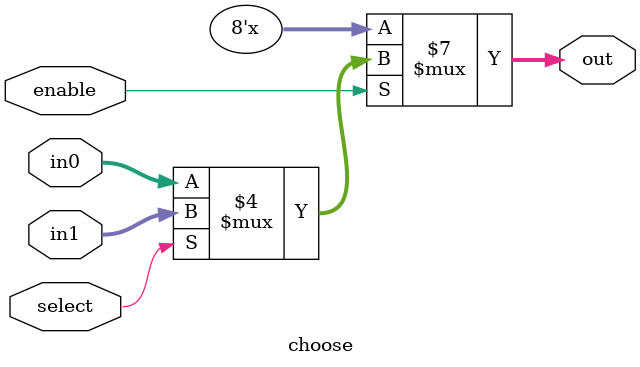
<source format=v>
module choose(in0,in1,select,out,enable);

input enable;
input [7:0]in0;
input [7:0]in1;
output reg [7:0]out;
input select;
always@(enable or select or in0 or in1)
begin
if(enable==0)
out = 8'bzzzzzzzz;
else if(select)
out <= in1;
else
out <= in0;
end


endmodule

</source>
